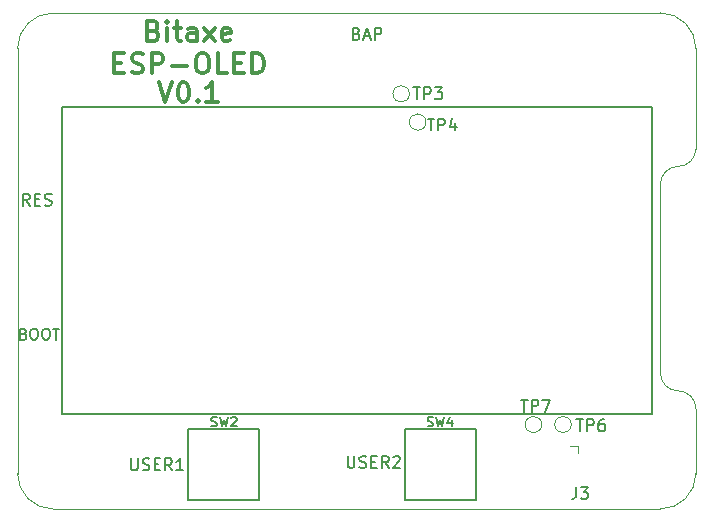
<source format=gbr>
%TF.GenerationSoftware,KiCad,Pcbnew,8.0.1-rc1*%
%TF.CreationDate,2024-04-16T22:30:49-06:00*%
%TF.ProjectId,bitaxe-ESP-OLED,62697461-7865-42d4-9553-502d4f4c4544,rev?*%
%TF.SameCoordinates,Original*%
%TF.FileFunction,Legend,Top*%
%TF.FilePolarity,Positive*%
%FSLAX46Y46*%
G04 Gerber Fmt 4.6, Leading zero omitted, Abs format (unit mm)*
G04 Created by KiCad (PCBNEW 8.0.1-rc1) date 2024-04-16 22:30:49*
%MOMM*%
%LPD*%
G01*
G04 APERTURE LIST*
%ADD10C,0.300000*%
%ADD11C,0.150000*%
%ADD12C,0.200000*%
%ADD13C,0.120000*%
%ADD14C,0.127000*%
%TA.AperFunction,Profile*%
%ADD15C,0.100000*%
%TD*%
G04 APERTURE END LIST*
D10*
X141509272Y-67876353D02*
X142075939Y-69576353D01*
X142075939Y-69576353D02*
X142642606Y-67876353D01*
X143533082Y-67876353D02*
X143694987Y-67876353D01*
X143694987Y-67876353D02*
X143856891Y-67957305D01*
X143856891Y-67957305D02*
X143937844Y-68038258D01*
X143937844Y-68038258D02*
X144018796Y-68200162D01*
X144018796Y-68200162D02*
X144099749Y-68523972D01*
X144099749Y-68523972D02*
X144099749Y-68928734D01*
X144099749Y-68928734D02*
X144018796Y-69252543D01*
X144018796Y-69252543D02*
X143937844Y-69414448D01*
X143937844Y-69414448D02*
X143856891Y-69495401D01*
X143856891Y-69495401D02*
X143694987Y-69576353D01*
X143694987Y-69576353D02*
X143533082Y-69576353D01*
X143533082Y-69576353D02*
X143371177Y-69495401D01*
X143371177Y-69495401D02*
X143290225Y-69414448D01*
X143290225Y-69414448D02*
X143209272Y-69252543D01*
X143209272Y-69252543D02*
X143128320Y-68928734D01*
X143128320Y-68928734D02*
X143128320Y-68523972D01*
X143128320Y-68523972D02*
X143209272Y-68200162D01*
X143209272Y-68200162D02*
X143290225Y-68038258D01*
X143290225Y-68038258D02*
X143371177Y-67957305D01*
X143371177Y-67957305D02*
X143533082Y-67876353D01*
X144828320Y-69414448D02*
X144909273Y-69495401D01*
X144909273Y-69495401D02*
X144828320Y-69576353D01*
X144828320Y-69576353D02*
X144747368Y-69495401D01*
X144747368Y-69495401D02*
X144828320Y-69414448D01*
X144828320Y-69414448D02*
X144828320Y-69576353D01*
X146528321Y-69576353D02*
X145556892Y-69576353D01*
X146042606Y-69576353D02*
X146042606Y-67876353D01*
X146042606Y-67876353D02*
X145880702Y-68119210D01*
X145880702Y-68119210D02*
X145718797Y-68281115D01*
X145718797Y-68281115D02*
X145556892Y-68362067D01*
D11*
X183300000Y-70000000D02*
X183300000Y-96000000D01*
X183300000Y-96000000D02*
X133300000Y-96000000D01*
X133300000Y-96000000D02*
X133300000Y-70000000D01*
X133300000Y-70000000D02*
X183300000Y-70000000D01*
D12*
X139169673Y-99717219D02*
X139169673Y-100526742D01*
X139169673Y-100526742D02*
X139217292Y-100621980D01*
X139217292Y-100621980D02*
X139264911Y-100669600D01*
X139264911Y-100669600D02*
X139360149Y-100717219D01*
X139360149Y-100717219D02*
X139550625Y-100717219D01*
X139550625Y-100717219D02*
X139645863Y-100669600D01*
X139645863Y-100669600D02*
X139693482Y-100621980D01*
X139693482Y-100621980D02*
X139741101Y-100526742D01*
X139741101Y-100526742D02*
X139741101Y-99717219D01*
X140169673Y-100669600D02*
X140312530Y-100717219D01*
X140312530Y-100717219D02*
X140550625Y-100717219D01*
X140550625Y-100717219D02*
X140645863Y-100669600D01*
X140645863Y-100669600D02*
X140693482Y-100621980D01*
X140693482Y-100621980D02*
X140741101Y-100526742D01*
X140741101Y-100526742D02*
X140741101Y-100431504D01*
X140741101Y-100431504D02*
X140693482Y-100336266D01*
X140693482Y-100336266D02*
X140645863Y-100288647D01*
X140645863Y-100288647D02*
X140550625Y-100241028D01*
X140550625Y-100241028D02*
X140360149Y-100193409D01*
X140360149Y-100193409D02*
X140264911Y-100145790D01*
X140264911Y-100145790D02*
X140217292Y-100098171D01*
X140217292Y-100098171D02*
X140169673Y-100002933D01*
X140169673Y-100002933D02*
X140169673Y-99907695D01*
X140169673Y-99907695D02*
X140217292Y-99812457D01*
X140217292Y-99812457D02*
X140264911Y-99764838D01*
X140264911Y-99764838D02*
X140360149Y-99717219D01*
X140360149Y-99717219D02*
X140598244Y-99717219D01*
X140598244Y-99717219D02*
X140741101Y-99764838D01*
X141169673Y-100193409D02*
X141503006Y-100193409D01*
X141645863Y-100717219D02*
X141169673Y-100717219D01*
X141169673Y-100717219D02*
X141169673Y-99717219D01*
X141169673Y-99717219D02*
X141645863Y-99717219D01*
X142645863Y-100717219D02*
X142312530Y-100241028D01*
X142074435Y-100717219D02*
X142074435Y-99717219D01*
X142074435Y-99717219D02*
X142455387Y-99717219D01*
X142455387Y-99717219D02*
X142550625Y-99764838D01*
X142550625Y-99764838D02*
X142598244Y-99812457D01*
X142598244Y-99812457D02*
X142645863Y-99907695D01*
X142645863Y-99907695D02*
X142645863Y-100050552D01*
X142645863Y-100050552D02*
X142598244Y-100145790D01*
X142598244Y-100145790D02*
X142550625Y-100193409D01*
X142550625Y-100193409D02*
X142455387Y-100241028D01*
X142455387Y-100241028D02*
X142074435Y-100241028D01*
X143598244Y-100717219D02*
X143026816Y-100717219D01*
X143312530Y-100717219D02*
X143312530Y-99717219D01*
X143312530Y-99717219D02*
X143217292Y-99860076D01*
X143217292Y-99860076D02*
X143122054Y-99955314D01*
X143122054Y-99955314D02*
X143026816Y-100002933D01*
D10*
X141095238Y-63498972D02*
X141338095Y-63579924D01*
X141338095Y-63579924D02*
X141419048Y-63660876D01*
X141419048Y-63660876D02*
X141500000Y-63822781D01*
X141500000Y-63822781D02*
X141500000Y-64065638D01*
X141500000Y-64065638D02*
X141419048Y-64227543D01*
X141419048Y-64227543D02*
X141338095Y-64308496D01*
X141338095Y-64308496D02*
X141176190Y-64389448D01*
X141176190Y-64389448D02*
X140528571Y-64389448D01*
X140528571Y-64389448D02*
X140528571Y-62689448D01*
X140528571Y-62689448D02*
X141095238Y-62689448D01*
X141095238Y-62689448D02*
X141257143Y-62770400D01*
X141257143Y-62770400D02*
X141338095Y-62851353D01*
X141338095Y-62851353D02*
X141419048Y-63013257D01*
X141419048Y-63013257D02*
X141419048Y-63175162D01*
X141419048Y-63175162D02*
X141338095Y-63337067D01*
X141338095Y-63337067D02*
X141257143Y-63418019D01*
X141257143Y-63418019D02*
X141095238Y-63498972D01*
X141095238Y-63498972D02*
X140528571Y-63498972D01*
X142228571Y-64389448D02*
X142228571Y-63256115D01*
X142228571Y-62689448D02*
X142147619Y-62770400D01*
X142147619Y-62770400D02*
X142228571Y-62851353D01*
X142228571Y-62851353D02*
X142309524Y-62770400D01*
X142309524Y-62770400D02*
X142228571Y-62689448D01*
X142228571Y-62689448D02*
X142228571Y-62851353D01*
X142795238Y-63256115D02*
X143442857Y-63256115D01*
X143038095Y-62689448D02*
X143038095Y-64146591D01*
X143038095Y-64146591D02*
X143119048Y-64308496D01*
X143119048Y-64308496D02*
X143280953Y-64389448D01*
X143280953Y-64389448D02*
X143442857Y-64389448D01*
X144738096Y-64389448D02*
X144738096Y-63498972D01*
X144738096Y-63498972D02*
X144657143Y-63337067D01*
X144657143Y-63337067D02*
X144495239Y-63256115D01*
X144495239Y-63256115D02*
X144171429Y-63256115D01*
X144171429Y-63256115D02*
X144009524Y-63337067D01*
X144738096Y-64308496D02*
X144576191Y-64389448D01*
X144576191Y-64389448D02*
X144171429Y-64389448D01*
X144171429Y-64389448D02*
X144009524Y-64308496D01*
X144009524Y-64308496D02*
X143928572Y-64146591D01*
X143928572Y-64146591D02*
X143928572Y-63984686D01*
X143928572Y-63984686D02*
X144009524Y-63822781D01*
X144009524Y-63822781D02*
X144171429Y-63741829D01*
X144171429Y-63741829D02*
X144576191Y-63741829D01*
X144576191Y-63741829D02*
X144738096Y-63660876D01*
X145385715Y-64389448D02*
X146276191Y-63256115D01*
X145385715Y-63256115D02*
X146276191Y-64389448D01*
X147571428Y-64308496D02*
X147409524Y-64389448D01*
X147409524Y-64389448D02*
X147085714Y-64389448D01*
X147085714Y-64389448D02*
X146923809Y-64308496D01*
X146923809Y-64308496D02*
X146842857Y-64146591D01*
X146842857Y-64146591D02*
X146842857Y-63498972D01*
X146842857Y-63498972D02*
X146923809Y-63337067D01*
X146923809Y-63337067D02*
X147085714Y-63256115D01*
X147085714Y-63256115D02*
X147409524Y-63256115D01*
X147409524Y-63256115D02*
X147571428Y-63337067D01*
X147571428Y-63337067D02*
X147652381Y-63498972D01*
X147652381Y-63498972D02*
X147652381Y-63660876D01*
X147652381Y-63660876D02*
X146842857Y-63822781D01*
X137776190Y-66235877D02*
X138342857Y-66235877D01*
X138585714Y-67126353D02*
X137776190Y-67126353D01*
X137776190Y-67126353D02*
X137776190Y-65426353D01*
X137776190Y-65426353D02*
X138585714Y-65426353D01*
X139233333Y-67045401D02*
X139476190Y-67126353D01*
X139476190Y-67126353D02*
X139880952Y-67126353D01*
X139880952Y-67126353D02*
X140042857Y-67045401D01*
X140042857Y-67045401D02*
X140123809Y-66964448D01*
X140123809Y-66964448D02*
X140204762Y-66802543D01*
X140204762Y-66802543D02*
X140204762Y-66640639D01*
X140204762Y-66640639D02*
X140123809Y-66478734D01*
X140123809Y-66478734D02*
X140042857Y-66397781D01*
X140042857Y-66397781D02*
X139880952Y-66316829D01*
X139880952Y-66316829D02*
X139557143Y-66235877D01*
X139557143Y-66235877D02*
X139395238Y-66154924D01*
X139395238Y-66154924D02*
X139314285Y-66073972D01*
X139314285Y-66073972D02*
X139233333Y-65912067D01*
X139233333Y-65912067D02*
X139233333Y-65750162D01*
X139233333Y-65750162D02*
X139314285Y-65588258D01*
X139314285Y-65588258D02*
X139395238Y-65507305D01*
X139395238Y-65507305D02*
X139557143Y-65426353D01*
X139557143Y-65426353D02*
X139961904Y-65426353D01*
X139961904Y-65426353D02*
X140204762Y-65507305D01*
X140933333Y-67126353D02*
X140933333Y-65426353D01*
X140933333Y-65426353D02*
X141580952Y-65426353D01*
X141580952Y-65426353D02*
X141742857Y-65507305D01*
X141742857Y-65507305D02*
X141823810Y-65588258D01*
X141823810Y-65588258D02*
X141904762Y-65750162D01*
X141904762Y-65750162D02*
X141904762Y-65993020D01*
X141904762Y-65993020D02*
X141823810Y-66154924D01*
X141823810Y-66154924D02*
X141742857Y-66235877D01*
X141742857Y-66235877D02*
X141580952Y-66316829D01*
X141580952Y-66316829D02*
X140933333Y-66316829D01*
X142633333Y-66478734D02*
X143928572Y-66478734D01*
X145061905Y-65426353D02*
X145385714Y-65426353D01*
X145385714Y-65426353D02*
X145547619Y-65507305D01*
X145547619Y-65507305D02*
X145709524Y-65669210D01*
X145709524Y-65669210D02*
X145790476Y-65993020D01*
X145790476Y-65993020D02*
X145790476Y-66559686D01*
X145790476Y-66559686D02*
X145709524Y-66883496D01*
X145709524Y-66883496D02*
X145547619Y-67045401D01*
X145547619Y-67045401D02*
X145385714Y-67126353D01*
X145385714Y-67126353D02*
X145061905Y-67126353D01*
X145061905Y-67126353D02*
X144900000Y-67045401D01*
X144900000Y-67045401D02*
X144738095Y-66883496D01*
X144738095Y-66883496D02*
X144657143Y-66559686D01*
X144657143Y-66559686D02*
X144657143Y-65993020D01*
X144657143Y-65993020D02*
X144738095Y-65669210D01*
X144738095Y-65669210D02*
X144900000Y-65507305D01*
X144900000Y-65507305D02*
X145061905Y-65426353D01*
X147328571Y-67126353D02*
X146519047Y-67126353D01*
X146519047Y-67126353D02*
X146519047Y-65426353D01*
X147895237Y-66235877D02*
X148461904Y-66235877D01*
X148704761Y-67126353D02*
X147895237Y-67126353D01*
X147895237Y-67126353D02*
X147895237Y-65426353D01*
X147895237Y-65426353D02*
X148704761Y-65426353D01*
X149433332Y-67126353D02*
X149433332Y-65426353D01*
X149433332Y-65426353D02*
X149838094Y-65426353D01*
X149838094Y-65426353D02*
X150080951Y-65507305D01*
X150080951Y-65507305D02*
X150242856Y-65669210D01*
X150242856Y-65669210D02*
X150323809Y-65831115D01*
X150323809Y-65831115D02*
X150404761Y-66154924D01*
X150404761Y-66154924D02*
X150404761Y-66397781D01*
X150404761Y-66397781D02*
X150323809Y-66721591D01*
X150323809Y-66721591D02*
X150242856Y-66883496D01*
X150242856Y-66883496D02*
X150080951Y-67045401D01*
X150080951Y-67045401D02*
X149838094Y-67126353D01*
X149838094Y-67126353D02*
X149433332Y-67126353D01*
D12*
X130074435Y-89175719D02*
X130210149Y-89220957D01*
X130210149Y-89220957D02*
X130255387Y-89266195D01*
X130255387Y-89266195D02*
X130300625Y-89356671D01*
X130300625Y-89356671D02*
X130300625Y-89492385D01*
X130300625Y-89492385D02*
X130255387Y-89582861D01*
X130255387Y-89582861D02*
X130210149Y-89628100D01*
X130210149Y-89628100D02*
X130119673Y-89673338D01*
X130119673Y-89673338D02*
X129757768Y-89673338D01*
X129757768Y-89673338D02*
X129757768Y-88723338D01*
X129757768Y-88723338D02*
X130074435Y-88723338D01*
X130074435Y-88723338D02*
X130164911Y-88768576D01*
X130164911Y-88768576D02*
X130210149Y-88813814D01*
X130210149Y-88813814D02*
X130255387Y-88904290D01*
X130255387Y-88904290D02*
X130255387Y-88994766D01*
X130255387Y-88994766D02*
X130210149Y-89085242D01*
X130210149Y-89085242D02*
X130164911Y-89130480D01*
X130164911Y-89130480D02*
X130074435Y-89175719D01*
X130074435Y-89175719D02*
X129757768Y-89175719D01*
X130888720Y-88723338D02*
X131069673Y-88723338D01*
X131069673Y-88723338D02*
X131160149Y-88768576D01*
X131160149Y-88768576D02*
X131250625Y-88859052D01*
X131250625Y-88859052D02*
X131295863Y-89040004D01*
X131295863Y-89040004D02*
X131295863Y-89356671D01*
X131295863Y-89356671D02*
X131250625Y-89537623D01*
X131250625Y-89537623D02*
X131160149Y-89628100D01*
X131160149Y-89628100D02*
X131069673Y-89673338D01*
X131069673Y-89673338D02*
X130888720Y-89673338D01*
X130888720Y-89673338D02*
X130798244Y-89628100D01*
X130798244Y-89628100D02*
X130707768Y-89537623D01*
X130707768Y-89537623D02*
X130662530Y-89356671D01*
X130662530Y-89356671D02*
X130662530Y-89040004D01*
X130662530Y-89040004D02*
X130707768Y-88859052D01*
X130707768Y-88859052D02*
X130798244Y-88768576D01*
X130798244Y-88768576D02*
X130888720Y-88723338D01*
X131883958Y-88723338D02*
X132064911Y-88723338D01*
X132064911Y-88723338D02*
X132155387Y-88768576D01*
X132155387Y-88768576D02*
X132245863Y-88859052D01*
X132245863Y-88859052D02*
X132291101Y-89040004D01*
X132291101Y-89040004D02*
X132291101Y-89356671D01*
X132291101Y-89356671D02*
X132245863Y-89537623D01*
X132245863Y-89537623D02*
X132155387Y-89628100D01*
X132155387Y-89628100D02*
X132064911Y-89673338D01*
X132064911Y-89673338D02*
X131883958Y-89673338D01*
X131883958Y-89673338D02*
X131793482Y-89628100D01*
X131793482Y-89628100D02*
X131703006Y-89537623D01*
X131703006Y-89537623D02*
X131657768Y-89356671D01*
X131657768Y-89356671D02*
X131657768Y-89040004D01*
X131657768Y-89040004D02*
X131703006Y-88859052D01*
X131703006Y-88859052D02*
X131793482Y-88768576D01*
X131793482Y-88768576D02*
X131883958Y-88723338D01*
X132562530Y-88723338D02*
X133105387Y-88723338D01*
X132833958Y-89673338D02*
X132833958Y-88723338D01*
D11*
X158270112Y-63746009D02*
X158412969Y-63793628D01*
X158412969Y-63793628D02*
X158460588Y-63841247D01*
X158460588Y-63841247D02*
X158508207Y-63936485D01*
X158508207Y-63936485D02*
X158508207Y-64079342D01*
X158508207Y-64079342D02*
X158460588Y-64174580D01*
X158460588Y-64174580D02*
X158412969Y-64222200D01*
X158412969Y-64222200D02*
X158317731Y-64269819D01*
X158317731Y-64269819D02*
X157936779Y-64269819D01*
X157936779Y-64269819D02*
X157936779Y-63269819D01*
X157936779Y-63269819D02*
X158270112Y-63269819D01*
X158270112Y-63269819D02*
X158365350Y-63317438D01*
X158365350Y-63317438D02*
X158412969Y-63365057D01*
X158412969Y-63365057D02*
X158460588Y-63460295D01*
X158460588Y-63460295D02*
X158460588Y-63555533D01*
X158460588Y-63555533D02*
X158412969Y-63650771D01*
X158412969Y-63650771D02*
X158365350Y-63698390D01*
X158365350Y-63698390D02*
X158270112Y-63746009D01*
X158270112Y-63746009D02*
X157936779Y-63746009D01*
X158889160Y-63984104D02*
X159365350Y-63984104D01*
X158793922Y-64269819D02*
X159127255Y-63269819D01*
X159127255Y-63269819D02*
X159460588Y-64269819D01*
X159793922Y-64269819D02*
X159793922Y-63269819D01*
X159793922Y-63269819D02*
X160174874Y-63269819D01*
X160174874Y-63269819D02*
X160270112Y-63317438D01*
X160270112Y-63317438D02*
X160317731Y-63365057D01*
X160317731Y-63365057D02*
X160365350Y-63460295D01*
X160365350Y-63460295D02*
X160365350Y-63603152D01*
X160365350Y-63603152D02*
X160317731Y-63698390D01*
X160317731Y-63698390D02*
X160270112Y-63746009D01*
X160270112Y-63746009D02*
X160174874Y-63793628D01*
X160174874Y-63793628D02*
X159793922Y-63793628D01*
D12*
X130591101Y-78317219D02*
X130257768Y-77841028D01*
X130019673Y-78317219D02*
X130019673Y-77317219D01*
X130019673Y-77317219D02*
X130400625Y-77317219D01*
X130400625Y-77317219D02*
X130495863Y-77364838D01*
X130495863Y-77364838D02*
X130543482Y-77412457D01*
X130543482Y-77412457D02*
X130591101Y-77507695D01*
X130591101Y-77507695D02*
X130591101Y-77650552D01*
X130591101Y-77650552D02*
X130543482Y-77745790D01*
X130543482Y-77745790D02*
X130495863Y-77793409D01*
X130495863Y-77793409D02*
X130400625Y-77841028D01*
X130400625Y-77841028D02*
X130019673Y-77841028D01*
X131019673Y-77793409D02*
X131353006Y-77793409D01*
X131495863Y-78317219D02*
X131019673Y-78317219D01*
X131019673Y-78317219D02*
X131019673Y-77317219D01*
X131019673Y-77317219D02*
X131495863Y-77317219D01*
X131876816Y-78269600D02*
X132019673Y-78317219D01*
X132019673Y-78317219D02*
X132257768Y-78317219D01*
X132257768Y-78317219D02*
X132353006Y-78269600D01*
X132353006Y-78269600D02*
X132400625Y-78221980D01*
X132400625Y-78221980D02*
X132448244Y-78126742D01*
X132448244Y-78126742D02*
X132448244Y-78031504D01*
X132448244Y-78031504D02*
X132400625Y-77936266D01*
X132400625Y-77936266D02*
X132353006Y-77888647D01*
X132353006Y-77888647D02*
X132257768Y-77841028D01*
X132257768Y-77841028D02*
X132067292Y-77793409D01*
X132067292Y-77793409D02*
X131972054Y-77745790D01*
X131972054Y-77745790D02*
X131924435Y-77698171D01*
X131924435Y-77698171D02*
X131876816Y-77602933D01*
X131876816Y-77602933D02*
X131876816Y-77507695D01*
X131876816Y-77507695D02*
X131924435Y-77412457D01*
X131924435Y-77412457D02*
X131972054Y-77364838D01*
X131972054Y-77364838D02*
X132067292Y-77317219D01*
X132067292Y-77317219D02*
X132305387Y-77317219D01*
X132305387Y-77317219D02*
X132448244Y-77364838D01*
X157519673Y-99517219D02*
X157519673Y-100326742D01*
X157519673Y-100326742D02*
X157567292Y-100421980D01*
X157567292Y-100421980D02*
X157614911Y-100469600D01*
X157614911Y-100469600D02*
X157710149Y-100517219D01*
X157710149Y-100517219D02*
X157900625Y-100517219D01*
X157900625Y-100517219D02*
X157995863Y-100469600D01*
X157995863Y-100469600D02*
X158043482Y-100421980D01*
X158043482Y-100421980D02*
X158091101Y-100326742D01*
X158091101Y-100326742D02*
X158091101Y-99517219D01*
X158519673Y-100469600D02*
X158662530Y-100517219D01*
X158662530Y-100517219D02*
X158900625Y-100517219D01*
X158900625Y-100517219D02*
X158995863Y-100469600D01*
X158995863Y-100469600D02*
X159043482Y-100421980D01*
X159043482Y-100421980D02*
X159091101Y-100326742D01*
X159091101Y-100326742D02*
X159091101Y-100231504D01*
X159091101Y-100231504D02*
X159043482Y-100136266D01*
X159043482Y-100136266D02*
X158995863Y-100088647D01*
X158995863Y-100088647D02*
X158900625Y-100041028D01*
X158900625Y-100041028D02*
X158710149Y-99993409D01*
X158710149Y-99993409D02*
X158614911Y-99945790D01*
X158614911Y-99945790D02*
X158567292Y-99898171D01*
X158567292Y-99898171D02*
X158519673Y-99802933D01*
X158519673Y-99802933D02*
X158519673Y-99707695D01*
X158519673Y-99707695D02*
X158567292Y-99612457D01*
X158567292Y-99612457D02*
X158614911Y-99564838D01*
X158614911Y-99564838D02*
X158710149Y-99517219D01*
X158710149Y-99517219D02*
X158948244Y-99517219D01*
X158948244Y-99517219D02*
X159091101Y-99564838D01*
X159519673Y-99993409D02*
X159853006Y-99993409D01*
X159995863Y-100517219D02*
X159519673Y-100517219D01*
X159519673Y-100517219D02*
X159519673Y-99517219D01*
X159519673Y-99517219D02*
X159995863Y-99517219D01*
X160995863Y-100517219D02*
X160662530Y-100041028D01*
X160424435Y-100517219D02*
X160424435Y-99517219D01*
X160424435Y-99517219D02*
X160805387Y-99517219D01*
X160805387Y-99517219D02*
X160900625Y-99564838D01*
X160900625Y-99564838D02*
X160948244Y-99612457D01*
X160948244Y-99612457D02*
X160995863Y-99707695D01*
X160995863Y-99707695D02*
X160995863Y-99850552D01*
X160995863Y-99850552D02*
X160948244Y-99945790D01*
X160948244Y-99945790D02*
X160900625Y-99993409D01*
X160900625Y-99993409D02*
X160805387Y-100041028D01*
X160805387Y-100041028D02*
X160424435Y-100041028D01*
X161376816Y-99612457D02*
X161424435Y-99564838D01*
X161424435Y-99564838D02*
X161519673Y-99517219D01*
X161519673Y-99517219D02*
X161757768Y-99517219D01*
X161757768Y-99517219D02*
X161853006Y-99564838D01*
X161853006Y-99564838D02*
X161900625Y-99612457D01*
X161900625Y-99612457D02*
X161948244Y-99707695D01*
X161948244Y-99707695D02*
X161948244Y-99802933D01*
X161948244Y-99802933D02*
X161900625Y-99945790D01*
X161900625Y-99945790D02*
X161329197Y-100517219D01*
X161329197Y-100517219D02*
X161948244Y-100517219D01*
D11*
X172188095Y-94754819D02*
X172759523Y-94754819D01*
X172473809Y-95754819D02*
X172473809Y-94754819D01*
X173092857Y-95754819D02*
X173092857Y-94754819D01*
X173092857Y-94754819D02*
X173473809Y-94754819D01*
X173473809Y-94754819D02*
X173569047Y-94802438D01*
X173569047Y-94802438D02*
X173616666Y-94850057D01*
X173616666Y-94850057D02*
X173664285Y-94945295D01*
X173664285Y-94945295D02*
X173664285Y-95088152D01*
X173664285Y-95088152D02*
X173616666Y-95183390D01*
X173616666Y-95183390D02*
X173569047Y-95231009D01*
X173569047Y-95231009D02*
X173473809Y-95278628D01*
X173473809Y-95278628D02*
X173092857Y-95278628D01*
X173997619Y-94754819D02*
X174664285Y-94754819D01*
X174664285Y-94754819D02*
X174235714Y-95754819D01*
X176888095Y-96404819D02*
X177459523Y-96404819D01*
X177173809Y-97404819D02*
X177173809Y-96404819D01*
X177792857Y-97404819D02*
X177792857Y-96404819D01*
X177792857Y-96404819D02*
X178173809Y-96404819D01*
X178173809Y-96404819D02*
X178269047Y-96452438D01*
X178269047Y-96452438D02*
X178316666Y-96500057D01*
X178316666Y-96500057D02*
X178364285Y-96595295D01*
X178364285Y-96595295D02*
X178364285Y-96738152D01*
X178364285Y-96738152D02*
X178316666Y-96833390D01*
X178316666Y-96833390D02*
X178269047Y-96881009D01*
X178269047Y-96881009D02*
X178173809Y-96928628D01*
X178173809Y-96928628D02*
X177792857Y-96928628D01*
X179221428Y-96404819D02*
X179030952Y-96404819D01*
X179030952Y-96404819D02*
X178935714Y-96452438D01*
X178935714Y-96452438D02*
X178888095Y-96500057D01*
X178888095Y-96500057D02*
X178792857Y-96642914D01*
X178792857Y-96642914D02*
X178745238Y-96833390D01*
X178745238Y-96833390D02*
X178745238Y-97214342D01*
X178745238Y-97214342D02*
X178792857Y-97309580D01*
X178792857Y-97309580D02*
X178840476Y-97357200D01*
X178840476Y-97357200D02*
X178935714Y-97404819D01*
X178935714Y-97404819D02*
X179126190Y-97404819D01*
X179126190Y-97404819D02*
X179221428Y-97357200D01*
X179221428Y-97357200D02*
X179269047Y-97309580D01*
X179269047Y-97309580D02*
X179316666Y-97214342D01*
X179316666Y-97214342D02*
X179316666Y-96976247D01*
X179316666Y-96976247D02*
X179269047Y-96881009D01*
X179269047Y-96881009D02*
X179221428Y-96833390D01*
X179221428Y-96833390D02*
X179126190Y-96785771D01*
X179126190Y-96785771D02*
X178935714Y-96785771D01*
X178935714Y-96785771D02*
X178840476Y-96833390D01*
X178840476Y-96833390D02*
X178792857Y-96881009D01*
X178792857Y-96881009D02*
X178745238Y-96976247D01*
X164288095Y-70954819D02*
X164859523Y-70954819D01*
X164573809Y-71954819D02*
X164573809Y-70954819D01*
X165192857Y-71954819D02*
X165192857Y-70954819D01*
X165192857Y-70954819D02*
X165573809Y-70954819D01*
X165573809Y-70954819D02*
X165669047Y-71002438D01*
X165669047Y-71002438D02*
X165716666Y-71050057D01*
X165716666Y-71050057D02*
X165764285Y-71145295D01*
X165764285Y-71145295D02*
X165764285Y-71288152D01*
X165764285Y-71288152D02*
X165716666Y-71383390D01*
X165716666Y-71383390D02*
X165669047Y-71431009D01*
X165669047Y-71431009D02*
X165573809Y-71478628D01*
X165573809Y-71478628D02*
X165192857Y-71478628D01*
X166621428Y-71288152D02*
X166621428Y-71954819D01*
X166383333Y-70907200D02*
X166145238Y-71621485D01*
X166145238Y-71621485D02*
X166764285Y-71621485D01*
X163088095Y-68304819D02*
X163659523Y-68304819D01*
X163373809Y-69304819D02*
X163373809Y-68304819D01*
X163992857Y-69304819D02*
X163992857Y-68304819D01*
X163992857Y-68304819D02*
X164373809Y-68304819D01*
X164373809Y-68304819D02*
X164469047Y-68352438D01*
X164469047Y-68352438D02*
X164516666Y-68400057D01*
X164516666Y-68400057D02*
X164564285Y-68495295D01*
X164564285Y-68495295D02*
X164564285Y-68638152D01*
X164564285Y-68638152D02*
X164516666Y-68733390D01*
X164516666Y-68733390D02*
X164469047Y-68781009D01*
X164469047Y-68781009D02*
X164373809Y-68828628D01*
X164373809Y-68828628D02*
X163992857Y-68828628D01*
X164897619Y-68304819D02*
X165516666Y-68304819D01*
X165516666Y-68304819D02*
X165183333Y-68685771D01*
X165183333Y-68685771D02*
X165326190Y-68685771D01*
X165326190Y-68685771D02*
X165421428Y-68733390D01*
X165421428Y-68733390D02*
X165469047Y-68781009D01*
X165469047Y-68781009D02*
X165516666Y-68876247D01*
X165516666Y-68876247D02*
X165516666Y-69114342D01*
X165516666Y-69114342D02*
X165469047Y-69209580D01*
X165469047Y-69209580D02*
X165421428Y-69257200D01*
X165421428Y-69257200D02*
X165326190Y-69304819D01*
X165326190Y-69304819D02*
X165040476Y-69304819D01*
X165040476Y-69304819D02*
X164945238Y-69257200D01*
X164945238Y-69257200D02*
X164897619Y-69209580D01*
X176866666Y-102154819D02*
X176866666Y-102869104D01*
X176866666Y-102869104D02*
X176819047Y-103011961D01*
X176819047Y-103011961D02*
X176723809Y-103107200D01*
X176723809Y-103107200D02*
X176580952Y-103154819D01*
X176580952Y-103154819D02*
X176485714Y-103154819D01*
X177247619Y-102154819D02*
X177866666Y-102154819D01*
X177866666Y-102154819D02*
X177533333Y-102535771D01*
X177533333Y-102535771D02*
X177676190Y-102535771D01*
X177676190Y-102535771D02*
X177771428Y-102583390D01*
X177771428Y-102583390D02*
X177819047Y-102631009D01*
X177819047Y-102631009D02*
X177866666Y-102726247D01*
X177866666Y-102726247D02*
X177866666Y-102964342D01*
X177866666Y-102964342D02*
X177819047Y-103059580D01*
X177819047Y-103059580D02*
X177771428Y-103107200D01*
X177771428Y-103107200D02*
X177676190Y-103154819D01*
X177676190Y-103154819D02*
X177390476Y-103154819D01*
X177390476Y-103154819D02*
X177295238Y-103107200D01*
X177295238Y-103107200D02*
X177247619Y-103059580D01*
X164283332Y-96974200D02*
X164397618Y-97012295D01*
X164397618Y-97012295D02*
X164588094Y-97012295D01*
X164588094Y-97012295D02*
X164664285Y-96974200D01*
X164664285Y-96974200D02*
X164702380Y-96936104D01*
X164702380Y-96936104D02*
X164740475Y-96859914D01*
X164740475Y-96859914D02*
X164740475Y-96783723D01*
X164740475Y-96783723D02*
X164702380Y-96707533D01*
X164702380Y-96707533D02*
X164664285Y-96669438D01*
X164664285Y-96669438D02*
X164588094Y-96631342D01*
X164588094Y-96631342D02*
X164435713Y-96593247D01*
X164435713Y-96593247D02*
X164359523Y-96555152D01*
X164359523Y-96555152D02*
X164321428Y-96517057D01*
X164321428Y-96517057D02*
X164283332Y-96440866D01*
X164283332Y-96440866D02*
X164283332Y-96364676D01*
X164283332Y-96364676D02*
X164321428Y-96288485D01*
X164321428Y-96288485D02*
X164359523Y-96250390D01*
X164359523Y-96250390D02*
X164435713Y-96212295D01*
X164435713Y-96212295D02*
X164626190Y-96212295D01*
X164626190Y-96212295D02*
X164740475Y-96250390D01*
X165007142Y-96212295D02*
X165197618Y-97012295D01*
X165197618Y-97012295D02*
X165349999Y-96440866D01*
X165349999Y-96440866D02*
X165502380Y-97012295D01*
X165502380Y-97012295D02*
X165692857Y-96212295D01*
X166340476Y-96478961D02*
X166340476Y-97012295D01*
X166150000Y-96174200D02*
X165959523Y-96745628D01*
X165959523Y-96745628D02*
X166454762Y-96745628D01*
X145983332Y-96974200D02*
X146097618Y-97012295D01*
X146097618Y-97012295D02*
X146288094Y-97012295D01*
X146288094Y-97012295D02*
X146364285Y-96974200D01*
X146364285Y-96974200D02*
X146402380Y-96936104D01*
X146402380Y-96936104D02*
X146440475Y-96859914D01*
X146440475Y-96859914D02*
X146440475Y-96783723D01*
X146440475Y-96783723D02*
X146402380Y-96707533D01*
X146402380Y-96707533D02*
X146364285Y-96669438D01*
X146364285Y-96669438D02*
X146288094Y-96631342D01*
X146288094Y-96631342D02*
X146135713Y-96593247D01*
X146135713Y-96593247D02*
X146059523Y-96555152D01*
X146059523Y-96555152D02*
X146021428Y-96517057D01*
X146021428Y-96517057D02*
X145983332Y-96440866D01*
X145983332Y-96440866D02*
X145983332Y-96364676D01*
X145983332Y-96364676D02*
X146021428Y-96288485D01*
X146021428Y-96288485D02*
X146059523Y-96250390D01*
X146059523Y-96250390D02*
X146135713Y-96212295D01*
X146135713Y-96212295D02*
X146326190Y-96212295D01*
X146326190Y-96212295D02*
X146440475Y-96250390D01*
X146707142Y-96212295D02*
X146897618Y-97012295D01*
X146897618Y-97012295D02*
X147049999Y-96440866D01*
X147049999Y-96440866D02*
X147202380Y-97012295D01*
X147202380Y-97012295D02*
X147392857Y-96212295D01*
X147659523Y-96288485D02*
X147697619Y-96250390D01*
X147697619Y-96250390D02*
X147773809Y-96212295D01*
X147773809Y-96212295D02*
X147964285Y-96212295D01*
X147964285Y-96212295D02*
X148040476Y-96250390D01*
X148040476Y-96250390D02*
X148078571Y-96288485D01*
X148078571Y-96288485D02*
X148116666Y-96364676D01*
X148116666Y-96364676D02*
X148116666Y-96440866D01*
X148116666Y-96440866D02*
X148078571Y-96555152D01*
X148078571Y-96555152D02*
X147621428Y-97012295D01*
X147621428Y-97012295D02*
X148116666Y-97012295D01*
D13*
%TO.C,TP7*%
X173950000Y-96850000D02*
G75*
G02*
X172550000Y-96850000I-700000J0D01*
G01*
X172550000Y-96850000D02*
G75*
G02*
X173950000Y-96850000I700000J0D01*
G01*
%TO.C,TP6*%
X176450000Y-96850000D02*
G75*
G02*
X175050000Y-96850000I-700000J0D01*
G01*
X175050000Y-96850000D02*
G75*
G02*
X176450000Y-96850000I700000J0D01*
G01*
%TO.C,TP4*%
X164150000Y-71250000D02*
G75*
G02*
X162750000Y-71250000I-700000J0D01*
G01*
X162750000Y-71250000D02*
G75*
G02*
X164150000Y-71250000I700000J0D01*
G01*
%TO.C,TP3*%
X162750000Y-68850000D02*
G75*
G02*
X161350000Y-68850000I-700000J0D01*
G01*
X161350000Y-68850000D02*
G75*
G02*
X162750000Y-68850000I700000J0D01*
G01*
%TO.C,J3*%
X176990000Y-98650000D02*
X176990000Y-99285000D01*
X176355000Y-98650000D02*
X176990000Y-98650000D01*
D14*
%TO.C,SW4*%
X162350000Y-97200000D02*
X162350000Y-103200000D01*
X162350000Y-97200000D02*
X168350000Y-97200000D01*
X162350000Y-103200000D02*
X168350000Y-103200000D01*
X168350000Y-97200000D02*
X168350000Y-103200000D01*
%TO.C,SW2*%
X144000000Y-97200000D02*
X144000000Y-103200000D01*
X144000000Y-97200000D02*
X150000000Y-97200000D01*
X144000000Y-103200000D02*
X150000000Y-103200000D01*
X150000000Y-97200000D02*
X150000000Y-103200000D01*
%TD*%
D15*
X132573000Y-104000000D02*
G75*
G02*
X129573000Y-101000000I0J3000000D01*
G01*
X184000000Y-62000000D02*
X132573000Y-62000000D01*
X187000000Y-101000000D02*
G75*
G02*
X184000000Y-104000000I-3000000J0D01*
G01*
X132573000Y-104000000D02*
X184000000Y-104000000D01*
X184000000Y-76500000D02*
G75*
G02*
X185500000Y-75000000I1500000J0D01*
G01*
X184000000Y-62000000D02*
G75*
G02*
X187000000Y-65000000I0J-3000000D01*
G01*
X187000000Y-73500000D02*
X187000000Y-65000000D01*
X187000000Y-95500000D02*
X187000000Y-101000000D01*
X129573000Y-65000000D02*
X129573000Y-101000000D01*
X184000000Y-76500000D02*
X184000000Y-92500000D01*
X129573000Y-65000000D02*
G75*
G02*
X132573000Y-62000000I3000000J0D01*
G01*
X185500000Y-94000000D02*
G75*
G02*
X184000000Y-92500000I0J1500000D01*
G01*
X187000000Y-73500000D02*
G75*
G02*
X185500000Y-75000000I-1500000J0D01*
G01*
X185500000Y-94000000D02*
G75*
G02*
X187000000Y-95500000I0J-1500000D01*
G01*
M02*

</source>
